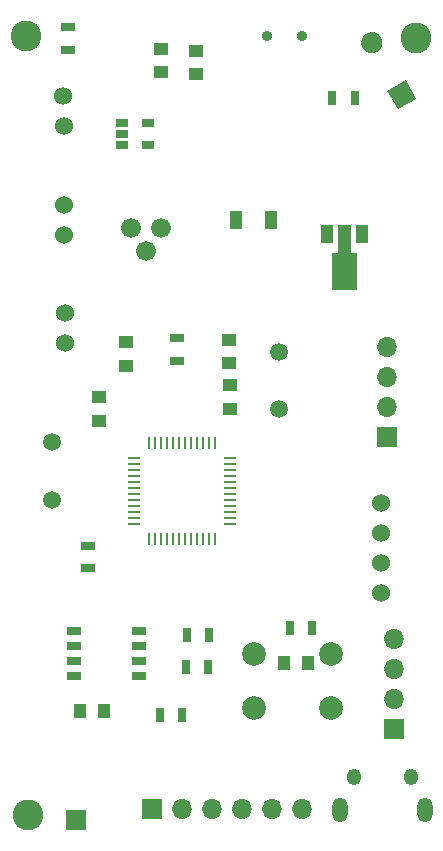
<source format=gbs>
G04 #@! TF.GenerationSoftware,KiCad,Pcbnew,5.1.7-a382d34a8~88~ubuntu18.04.1*
G04 #@! TF.CreationDate,2021-07-23T00:29:16+05:30*
G04 #@! TF.ProjectId,Sensor_PCB_v6,53656e73-6f72-45f5-9043-425f76362e6b,rev?*
G04 #@! TF.SameCoordinates,Original*
G04 #@! TF.FileFunction,Soldermask,Bot*
G04 #@! TF.FilePolarity,Negative*
%FSLAX46Y46*%
G04 Gerber Fmt 4.6, Leading zero omitted, Abs format (unit mm)*
G04 Created by KiCad (PCBNEW 5.1.7-a382d34a8~88~ubuntu18.04.1) date 2021-07-23 00:29:16*
%MOMM*%
%LPD*%
G01*
G04 APERTURE LIST*
%ADD10C,2.600000*%
%ADD11C,1.676400*%
%ADD12R,1.300000X0.700000*%
%ADD13C,1.524000*%
%ADD14O,1.300000X2.100000*%
%ADD15O,1.200000X1.400000*%
%ADD16R,1.000000X1.500000*%
%ADD17C,0.100000*%
%ADD18R,1.700000X1.700000*%
%ADD19O,1.700000X1.700000*%
%ADD20R,1.000000X0.230000*%
%ADD21R,0.230000X1.000000*%
%ADD22C,0.900000*%
%ADD23R,1.000000X1.250000*%
%ADD24R,1.250000X1.000000*%
%ADD25R,0.700000X1.300000*%
%ADD26R,1.060000X0.650000*%
%ADD27C,1.500000*%
%ADD28C,2.000000*%
%ADD29R,1.000000X1.600000*%
G04 APERTURE END LIST*
D10*
X25234900Y-87208400D03*
X58097400Y-21376600D03*
X25044400Y-21211500D03*
D11*
X33924200Y-37513300D03*
X35194200Y-39418300D03*
X36464200Y-37513300D03*
D12*
X34621900Y-74109600D03*
X34621900Y-75379600D03*
X34621900Y-72839600D03*
X34621900Y-71569600D03*
X29121900Y-74109600D03*
X29121900Y-75379600D03*
X29121900Y-72839600D03*
X29121900Y-71569600D03*
D13*
X28323900Y-44656100D03*
X28333900Y-47196100D03*
D14*
X51677600Y-86741000D03*
X58827600Y-86741000D03*
D15*
X52827600Y-83991000D03*
X57677600Y-83991000D03*
D13*
X28224800Y-26324900D03*
X28234800Y-28864900D03*
X28298500Y-35557800D03*
X28308500Y-38097800D03*
X55107500Y-60744100D03*
X55107500Y-63284100D03*
X55107500Y-65824100D03*
X55107500Y-68364100D03*
D16*
X50529400Y-37943700D03*
X53529400Y-37943700D03*
D17*
G36*
X51558949Y-37184620D02*
G01*
X51565211Y-37186266D01*
X51587513Y-37193700D01*
X52539400Y-37193700D01*
X52549155Y-37194661D01*
X52558534Y-37197506D01*
X52567179Y-37202127D01*
X52574755Y-37208345D01*
X52580973Y-37215921D01*
X52585594Y-37224566D01*
X52588439Y-37233945D01*
X52589400Y-37243700D01*
X52589400Y-39633700D01*
X53039400Y-39633700D01*
X53049155Y-39634661D01*
X53058534Y-39637506D01*
X53067179Y-39642127D01*
X53074755Y-39648345D01*
X53080973Y-39655921D01*
X53085594Y-39664566D01*
X53088439Y-39673945D01*
X53089400Y-39683531D01*
X53099400Y-42633531D01*
X53098472Y-42643288D01*
X53095659Y-42652677D01*
X53091067Y-42661337D01*
X53084875Y-42668935D01*
X53077319Y-42675179D01*
X53068691Y-42679829D01*
X53059321Y-42682706D01*
X53049400Y-42683700D01*
X52539400Y-42683700D01*
X52539400Y-42723700D01*
X51539400Y-42723700D01*
X51539400Y-42683700D01*
X50989400Y-42683700D01*
X50979645Y-42682739D01*
X50970266Y-42679894D01*
X50961621Y-42675273D01*
X50954045Y-42669055D01*
X50947827Y-42661479D01*
X50943206Y-42652834D01*
X50940361Y-42643455D01*
X50939400Y-42633700D01*
X50939400Y-39623700D01*
X50940361Y-39613945D01*
X50943206Y-39604566D01*
X50947827Y-39595921D01*
X50954045Y-39588345D01*
X50961621Y-39582127D01*
X50970266Y-39577506D01*
X50979645Y-39574661D01*
X50989400Y-39573700D01*
X51509190Y-39573700D01*
X51499400Y-37233909D01*
X51500320Y-37224151D01*
X51503126Y-37214759D01*
X51507711Y-37206096D01*
X51513897Y-37198493D01*
X51521448Y-37192243D01*
X51530073Y-37187586D01*
X51539440Y-37184702D01*
X51549191Y-37183700D01*
X51558949Y-37184620D01*
G37*
D18*
X35679400Y-86669900D03*
D19*
X38219400Y-86669900D03*
X40759400Y-86669900D03*
X43299400Y-86669900D03*
X45839400Y-86669900D03*
X48379400Y-86669900D03*
D20*
X42362100Y-57421800D03*
D21*
X41092100Y-63771800D03*
X40584100Y-63771800D03*
X40076100Y-63771800D03*
X39568100Y-63771800D03*
X39060100Y-63771800D03*
X38552100Y-63771800D03*
X38044100Y-63771800D03*
X37536100Y-63771800D03*
X37028100Y-63771800D03*
X36520100Y-63771800D03*
X36012100Y-63771800D03*
X35504100Y-63771800D03*
D20*
X34234100Y-62501800D03*
X34234100Y-61993800D03*
X34234100Y-60977800D03*
X34234100Y-60469800D03*
X34234100Y-59961800D03*
X34234100Y-59453800D03*
X34234100Y-58945800D03*
X34234100Y-58437800D03*
X34234100Y-57929800D03*
X34234100Y-57421800D03*
X34234100Y-56913800D03*
D21*
X36012100Y-55643800D03*
X36520100Y-55643800D03*
X37028100Y-55643800D03*
X37536100Y-55643800D03*
X38044100Y-55643800D03*
X38552100Y-55643800D03*
X39060100Y-55643800D03*
X39568100Y-55643800D03*
X40076100Y-55643800D03*
X40584100Y-55643800D03*
X41092100Y-55643800D03*
D20*
X42362100Y-56913800D03*
X42362100Y-57929800D03*
X42362100Y-58437800D03*
X42362100Y-58945800D03*
X42362100Y-59453800D03*
X42362100Y-59961800D03*
X42362100Y-60469800D03*
X42362100Y-60977800D03*
X42362100Y-61485800D03*
X42362100Y-61993800D03*
X42362100Y-62501800D03*
D21*
X35504100Y-55643800D03*
D20*
X34234100Y-61485800D03*
D22*
X45416300Y-21229300D03*
X48416300Y-21229300D03*
D12*
X30261600Y-66278800D03*
X30261600Y-64378800D03*
D18*
X56200000Y-79926200D03*
D19*
X56200000Y-77386200D03*
X56200000Y-74846200D03*
X56200000Y-72306200D03*
D18*
X29255700Y-87609700D03*
X55587900Y-55179000D03*
D19*
X55587900Y-52639000D03*
X55587900Y-50099000D03*
X55587900Y-47559000D03*
D23*
X48935600Y-74284800D03*
X46935600Y-74284800D03*
D24*
X42227500Y-48947600D03*
X42227500Y-46947600D03*
X42296100Y-50805800D03*
X42296100Y-52805800D03*
X33530500Y-47150800D03*
X33530500Y-49150800D03*
X31249600Y-51786300D03*
X31249600Y-53786300D03*
X36446500Y-24291800D03*
X36446500Y-22291800D03*
X39413200Y-24477200D03*
X39413200Y-22477200D03*
D25*
X47401400Y-71384200D03*
X49301400Y-71384200D03*
D12*
X37863800Y-48719800D03*
X37863800Y-46819800D03*
X28638500Y-20490100D03*
X28638500Y-22390100D03*
D25*
X52875200Y-26489700D03*
X50975200Y-26489700D03*
G36*
G01*
X54785700Y-22567414D02*
X54785700Y-22567414D01*
G75*
G02*
X53556277Y-22237991I-450000J779423D01*
G01*
X53556277Y-22237991D01*
G75*
G02*
X53885700Y-21008568I779423J450000D01*
G01*
X53885700Y-21008568D01*
G75*
G02*
X55115123Y-21337991I450000J-779423D01*
G01*
X55115123Y-21337991D01*
G75*
G02*
X54785700Y-22567414I-779423J-450000D01*
G01*
G37*
D17*
G36*
X58105123Y-26516823D02*
G01*
X56546277Y-27416823D01*
X55646277Y-25857977D01*
X57205123Y-24957977D01*
X58105123Y-26516823D01*
G37*
D26*
X33174800Y-30452100D03*
X33174800Y-29502100D03*
X33174800Y-28552100D03*
X35374800Y-28552100D03*
X35374800Y-30452100D03*
D27*
X46454100Y-52830100D03*
X46454100Y-47950100D03*
X27223700Y-55598100D03*
X27223700Y-60478100D03*
D28*
X44371100Y-78079600D03*
X44371100Y-73579600D03*
X50871100Y-78079600D03*
X50871100Y-73579600D03*
D29*
X42795100Y-36814800D03*
X45795100Y-36814800D03*
D23*
X31629900Y-78404700D03*
X29629900Y-78404700D03*
D25*
X38597800Y-74617600D03*
X40497800Y-74617600D03*
X40558800Y-71899800D03*
X38658800Y-71899800D03*
X38267700Y-78709500D03*
X36367700Y-78709500D03*
M02*

</source>
